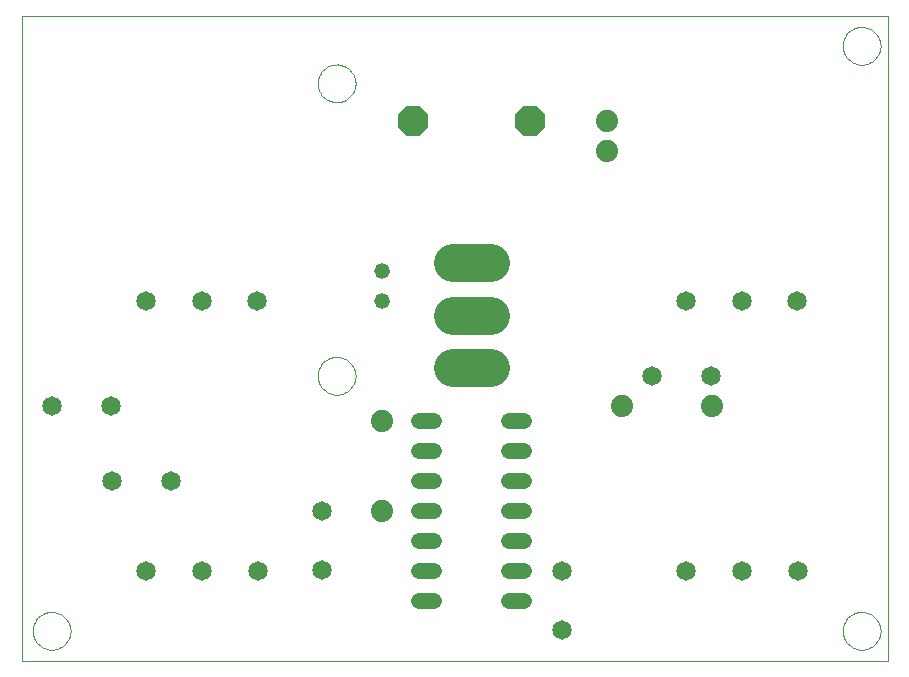
<source format=gtl>
G75*
%MOIN*%
%OFA0B0*%
%FSLAX24Y24*%
%IPPOS*%
%LPD*%
%AMOC8*
5,1,8,0,0,1.08239X$1,22.5*
%
%ADD10C,0.0000*%
%ADD11C,0.0520*%
%ADD12C,0.0740*%
%ADD13C,0.0650*%
%ADD14OC8,0.1000*%
%ADD15C,0.0520*%
%ADD16C,0.1260*%
%ADD17C,0.0650*%
D10*
X000350Y010500D02*
X000350Y031996D01*
X029220Y031996D01*
X029220Y010500D01*
X000350Y010500D01*
X000720Y011500D02*
X000722Y011550D01*
X000728Y011600D01*
X000738Y011649D01*
X000752Y011697D01*
X000769Y011744D01*
X000790Y011789D01*
X000815Y011833D01*
X000843Y011874D01*
X000875Y011913D01*
X000909Y011950D01*
X000946Y011984D01*
X000986Y012014D01*
X001028Y012041D01*
X001072Y012065D01*
X001118Y012086D01*
X001165Y012102D01*
X001213Y012115D01*
X001263Y012124D01*
X001312Y012129D01*
X001363Y012130D01*
X001413Y012127D01*
X001462Y012120D01*
X001511Y012109D01*
X001559Y012094D01*
X001605Y012076D01*
X001650Y012054D01*
X001693Y012028D01*
X001734Y011999D01*
X001773Y011967D01*
X001809Y011932D01*
X001841Y011894D01*
X001871Y011854D01*
X001898Y011811D01*
X001921Y011767D01*
X001940Y011721D01*
X001956Y011673D01*
X001968Y011624D01*
X001976Y011575D01*
X001980Y011525D01*
X001980Y011475D01*
X001976Y011425D01*
X001968Y011376D01*
X001956Y011327D01*
X001940Y011279D01*
X001921Y011233D01*
X001898Y011189D01*
X001871Y011146D01*
X001841Y011106D01*
X001809Y011068D01*
X001773Y011033D01*
X001734Y011001D01*
X001693Y010972D01*
X001650Y010946D01*
X001605Y010924D01*
X001559Y010906D01*
X001511Y010891D01*
X001462Y010880D01*
X001413Y010873D01*
X001363Y010870D01*
X001312Y010871D01*
X001263Y010876D01*
X001213Y010885D01*
X001165Y010898D01*
X001118Y010914D01*
X001072Y010935D01*
X001028Y010959D01*
X000986Y010986D01*
X000946Y011016D01*
X000909Y011050D01*
X000875Y011087D01*
X000843Y011126D01*
X000815Y011167D01*
X000790Y011211D01*
X000769Y011256D01*
X000752Y011303D01*
X000738Y011351D01*
X000728Y011400D01*
X000722Y011450D01*
X000720Y011500D01*
X010220Y020000D02*
X010222Y020050D01*
X010228Y020100D01*
X010238Y020149D01*
X010252Y020197D01*
X010269Y020244D01*
X010290Y020289D01*
X010315Y020333D01*
X010343Y020374D01*
X010375Y020413D01*
X010409Y020450D01*
X010446Y020484D01*
X010486Y020514D01*
X010528Y020541D01*
X010572Y020565D01*
X010618Y020586D01*
X010665Y020602D01*
X010713Y020615D01*
X010763Y020624D01*
X010812Y020629D01*
X010863Y020630D01*
X010913Y020627D01*
X010962Y020620D01*
X011011Y020609D01*
X011059Y020594D01*
X011105Y020576D01*
X011150Y020554D01*
X011193Y020528D01*
X011234Y020499D01*
X011273Y020467D01*
X011309Y020432D01*
X011341Y020394D01*
X011371Y020354D01*
X011398Y020311D01*
X011421Y020267D01*
X011440Y020221D01*
X011456Y020173D01*
X011468Y020124D01*
X011476Y020075D01*
X011480Y020025D01*
X011480Y019975D01*
X011476Y019925D01*
X011468Y019876D01*
X011456Y019827D01*
X011440Y019779D01*
X011421Y019733D01*
X011398Y019689D01*
X011371Y019646D01*
X011341Y019606D01*
X011309Y019568D01*
X011273Y019533D01*
X011234Y019501D01*
X011193Y019472D01*
X011150Y019446D01*
X011105Y019424D01*
X011059Y019406D01*
X011011Y019391D01*
X010962Y019380D01*
X010913Y019373D01*
X010863Y019370D01*
X010812Y019371D01*
X010763Y019376D01*
X010713Y019385D01*
X010665Y019398D01*
X010618Y019414D01*
X010572Y019435D01*
X010528Y019459D01*
X010486Y019486D01*
X010446Y019516D01*
X010409Y019550D01*
X010375Y019587D01*
X010343Y019626D01*
X010315Y019667D01*
X010290Y019711D01*
X010269Y019756D01*
X010252Y019803D01*
X010238Y019851D01*
X010228Y019900D01*
X010222Y019950D01*
X010220Y020000D01*
X010220Y029750D02*
X010222Y029800D01*
X010228Y029850D01*
X010238Y029899D01*
X010252Y029947D01*
X010269Y029994D01*
X010290Y030039D01*
X010315Y030083D01*
X010343Y030124D01*
X010375Y030163D01*
X010409Y030200D01*
X010446Y030234D01*
X010486Y030264D01*
X010528Y030291D01*
X010572Y030315D01*
X010618Y030336D01*
X010665Y030352D01*
X010713Y030365D01*
X010763Y030374D01*
X010812Y030379D01*
X010863Y030380D01*
X010913Y030377D01*
X010962Y030370D01*
X011011Y030359D01*
X011059Y030344D01*
X011105Y030326D01*
X011150Y030304D01*
X011193Y030278D01*
X011234Y030249D01*
X011273Y030217D01*
X011309Y030182D01*
X011341Y030144D01*
X011371Y030104D01*
X011398Y030061D01*
X011421Y030017D01*
X011440Y029971D01*
X011456Y029923D01*
X011468Y029874D01*
X011476Y029825D01*
X011480Y029775D01*
X011480Y029725D01*
X011476Y029675D01*
X011468Y029626D01*
X011456Y029577D01*
X011440Y029529D01*
X011421Y029483D01*
X011398Y029439D01*
X011371Y029396D01*
X011341Y029356D01*
X011309Y029318D01*
X011273Y029283D01*
X011234Y029251D01*
X011193Y029222D01*
X011150Y029196D01*
X011105Y029174D01*
X011059Y029156D01*
X011011Y029141D01*
X010962Y029130D01*
X010913Y029123D01*
X010863Y029120D01*
X010812Y029121D01*
X010763Y029126D01*
X010713Y029135D01*
X010665Y029148D01*
X010618Y029164D01*
X010572Y029185D01*
X010528Y029209D01*
X010486Y029236D01*
X010446Y029266D01*
X010409Y029300D01*
X010375Y029337D01*
X010343Y029376D01*
X010315Y029417D01*
X010290Y029461D01*
X010269Y029506D01*
X010252Y029553D01*
X010238Y029601D01*
X010228Y029650D01*
X010222Y029700D01*
X010220Y029750D01*
X027720Y031000D02*
X027722Y031050D01*
X027728Y031100D01*
X027738Y031149D01*
X027752Y031197D01*
X027769Y031244D01*
X027790Y031289D01*
X027815Y031333D01*
X027843Y031374D01*
X027875Y031413D01*
X027909Y031450D01*
X027946Y031484D01*
X027986Y031514D01*
X028028Y031541D01*
X028072Y031565D01*
X028118Y031586D01*
X028165Y031602D01*
X028213Y031615D01*
X028263Y031624D01*
X028312Y031629D01*
X028363Y031630D01*
X028413Y031627D01*
X028462Y031620D01*
X028511Y031609D01*
X028559Y031594D01*
X028605Y031576D01*
X028650Y031554D01*
X028693Y031528D01*
X028734Y031499D01*
X028773Y031467D01*
X028809Y031432D01*
X028841Y031394D01*
X028871Y031354D01*
X028898Y031311D01*
X028921Y031267D01*
X028940Y031221D01*
X028956Y031173D01*
X028968Y031124D01*
X028976Y031075D01*
X028980Y031025D01*
X028980Y030975D01*
X028976Y030925D01*
X028968Y030876D01*
X028956Y030827D01*
X028940Y030779D01*
X028921Y030733D01*
X028898Y030689D01*
X028871Y030646D01*
X028841Y030606D01*
X028809Y030568D01*
X028773Y030533D01*
X028734Y030501D01*
X028693Y030472D01*
X028650Y030446D01*
X028605Y030424D01*
X028559Y030406D01*
X028511Y030391D01*
X028462Y030380D01*
X028413Y030373D01*
X028363Y030370D01*
X028312Y030371D01*
X028263Y030376D01*
X028213Y030385D01*
X028165Y030398D01*
X028118Y030414D01*
X028072Y030435D01*
X028028Y030459D01*
X027986Y030486D01*
X027946Y030516D01*
X027909Y030550D01*
X027875Y030587D01*
X027843Y030626D01*
X027815Y030667D01*
X027790Y030711D01*
X027769Y030756D01*
X027752Y030803D01*
X027738Y030851D01*
X027728Y030900D01*
X027722Y030950D01*
X027720Y031000D01*
X027720Y011500D02*
X027722Y011550D01*
X027728Y011600D01*
X027738Y011649D01*
X027752Y011697D01*
X027769Y011744D01*
X027790Y011789D01*
X027815Y011833D01*
X027843Y011874D01*
X027875Y011913D01*
X027909Y011950D01*
X027946Y011984D01*
X027986Y012014D01*
X028028Y012041D01*
X028072Y012065D01*
X028118Y012086D01*
X028165Y012102D01*
X028213Y012115D01*
X028263Y012124D01*
X028312Y012129D01*
X028363Y012130D01*
X028413Y012127D01*
X028462Y012120D01*
X028511Y012109D01*
X028559Y012094D01*
X028605Y012076D01*
X028650Y012054D01*
X028693Y012028D01*
X028734Y011999D01*
X028773Y011967D01*
X028809Y011932D01*
X028841Y011894D01*
X028871Y011854D01*
X028898Y011811D01*
X028921Y011767D01*
X028940Y011721D01*
X028956Y011673D01*
X028968Y011624D01*
X028976Y011575D01*
X028980Y011525D01*
X028980Y011475D01*
X028976Y011425D01*
X028968Y011376D01*
X028956Y011327D01*
X028940Y011279D01*
X028921Y011233D01*
X028898Y011189D01*
X028871Y011146D01*
X028841Y011106D01*
X028809Y011068D01*
X028773Y011033D01*
X028734Y011001D01*
X028693Y010972D01*
X028650Y010946D01*
X028605Y010924D01*
X028559Y010906D01*
X028511Y010891D01*
X028462Y010880D01*
X028413Y010873D01*
X028363Y010870D01*
X028312Y010871D01*
X028263Y010876D01*
X028213Y010885D01*
X028165Y010898D01*
X028118Y010914D01*
X028072Y010935D01*
X028028Y010959D01*
X027986Y010986D01*
X027946Y011016D01*
X027909Y011050D01*
X027875Y011087D01*
X027843Y011126D01*
X027815Y011167D01*
X027790Y011211D01*
X027769Y011256D01*
X027752Y011303D01*
X027738Y011351D01*
X027728Y011400D01*
X027722Y011450D01*
X027720Y011500D01*
D11*
X017110Y012500D02*
X016590Y012500D01*
X016590Y013500D02*
X017110Y013500D01*
X017110Y014500D02*
X016590Y014500D01*
X016590Y015500D02*
X017110Y015500D01*
X017110Y016500D02*
X016590Y016500D01*
X016590Y017500D02*
X017110Y017500D01*
X017110Y018500D02*
X016590Y018500D01*
X014110Y018500D02*
X013590Y018500D01*
X013590Y017500D02*
X014110Y017500D01*
X014110Y016500D02*
X013590Y016500D01*
X013590Y015500D02*
X014110Y015500D01*
X014110Y014500D02*
X013590Y014500D01*
X013590Y013500D02*
X014110Y013500D01*
X014110Y012500D02*
X013590Y012500D01*
D12*
X012350Y015500D03*
X012350Y018500D03*
X020350Y019000D03*
X023350Y019000D03*
X019850Y027500D03*
X019850Y028500D03*
D13*
X022488Y022492D03*
X024350Y022492D03*
X026189Y022496D03*
X026212Y013508D03*
X024350Y013508D03*
X022511Y013504D03*
X008212Y013508D03*
X006350Y013508D03*
X004511Y013504D03*
X004488Y022492D03*
X006350Y022492D03*
X008189Y022496D03*
D14*
X013400Y028500D03*
X017300Y028500D03*
D15*
X012350Y023500D03*
X012350Y022500D03*
D16*
X014720Y022000D02*
X015980Y022000D01*
X015980Y023750D02*
X014720Y023750D01*
X014720Y020250D02*
X015980Y020250D01*
D17*
X021366Y020000D03*
X023334Y020000D03*
X018350Y013484D03*
X018350Y011516D03*
X010350Y013516D03*
X010350Y015484D03*
X005334Y016500D03*
X003366Y016500D03*
X003334Y019000D03*
X001366Y019000D03*
M02*

</source>
